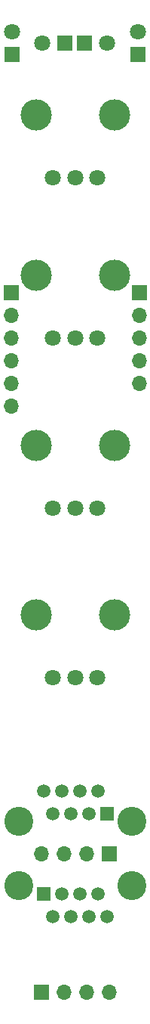
<source format=gbr>
%TF.GenerationSoftware,KiCad,Pcbnew,(6.0.11)*%
%TF.CreationDate,2023-03-11T14:37:33+00:00*%
%TF.ProjectId,QuadEnv_Controls,51756164-456e-4765-9f43-6f6e74726f6c,rev?*%
%TF.SameCoordinates,Original*%
%TF.FileFunction,Soldermask,Bot*%
%TF.FilePolarity,Negative*%
%FSLAX46Y46*%
G04 Gerber Fmt 4.6, Leading zero omitted, Abs format (unit mm)*
G04 Created by KiCad (PCBNEW (6.0.11)) date 2023-03-11 14:37:33*
%MOMM*%
%LPD*%
G01*
G04 APERTURE LIST*
%ADD10R,1.700000X1.700000*%
%ADD11O,1.700000X1.700000*%
%ADD12R,1.800000X1.800000*%
%ADD13C,1.800000*%
%ADD14C,3.500000*%
%ADD15C,3.250000*%
%ADD16C,1.500000*%
%ADD17R,1.500000X1.500000*%
G04 APERTURE END LIST*
D10*
%TO.C,J1*%
X52200000Y-74400000D03*
D11*
X52200000Y-76940000D03*
X52200000Y-79480000D03*
X52200000Y-82020000D03*
X52200000Y-84560000D03*
X52200000Y-87100000D03*
%TD*%
D10*
%TO.C,J3*%
X63200000Y-137200000D03*
D11*
X60660000Y-137200000D03*
X58120000Y-137200000D03*
X55580000Y-137200000D03*
%TD*%
D10*
%TO.C,J4*%
X55600000Y-152700000D03*
D11*
X58140000Y-152700000D03*
X60680000Y-152700000D03*
X63220000Y-152700000D03*
%TD*%
D10*
%TO.C,J2*%
X66600000Y-74400000D03*
D11*
X66600000Y-76940000D03*
X66600000Y-79480000D03*
X66600000Y-82020000D03*
X66600000Y-84560000D03*
%TD*%
D12*
%TO.C,D2*%
X58270000Y-46500000D03*
D13*
X55730000Y-46500000D03*
%TD*%
D12*
%TO.C,D1*%
X52300000Y-47770000D03*
D13*
X52300000Y-45230000D03*
%TD*%
D14*
%TO.C,RV4*%
X63800000Y-110500000D03*
X55000000Y-110500000D03*
D13*
X56900000Y-117500000D03*
X59400000Y-117500000D03*
X61900000Y-117500000D03*
%TD*%
D12*
%TO.C,D4*%
X66400000Y-47770000D03*
D13*
X66400000Y-45230000D03*
%TD*%
D14*
%TO.C,RV3*%
X55000000Y-91500000D03*
X63800000Y-91500000D03*
D13*
X56900000Y-98500000D03*
X59400000Y-98500000D03*
X61900000Y-98500000D03*
%TD*%
D15*
%TO.C,J6*%
X53050000Y-140800000D03*
X65750000Y-140800000D03*
D16*
X62960000Y-144230000D03*
X61930000Y-141690000D03*
X60930000Y-144230000D03*
X59910000Y-141690000D03*
X58900000Y-144230000D03*
X57880000Y-141690000D03*
X56870000Y-144230000D03*
D17*
X55850000Y-141690000D03*
%TD*%
D14*
%TO.C,RV2*%
X55000000Y-72500000D03*
X63800000Y-72500000D03*
D13*
X56900000Y-79500000D03*
X59400000Y-79500000D03*
X61900000Y-79500000D03*
%TD*%
D12*
%TO.C,D3*%
X60430000Y-46500000D03*
D13*
X62970000Y-46500000D03*
%TD*%
D14*
%TO.C,RV1*%
X63800000Y-54500000D03*
X55000000Y-54500000D03*
D13*
X56900000Y-61500000D03*
X59400000Y-61500000D03*
X61900000Y-61500000D03*
%TD*%
D15*
%TO.C,J5*%
X65750000Y-133600000D03*
X53050000Y-133600000D03*
D16*
X55840000Y-130170000D03*
X56870000Y-132710000D03*
X57870000Y-130170000D03*
X58890000Y-132710000D03*
X59900000Y-130170000D03*
X60920000Y-132710000D03*
X61930000Y-130170000D03*
D17*
X62950000Y-132710000D03*
%TD*%
M02*

</source>
